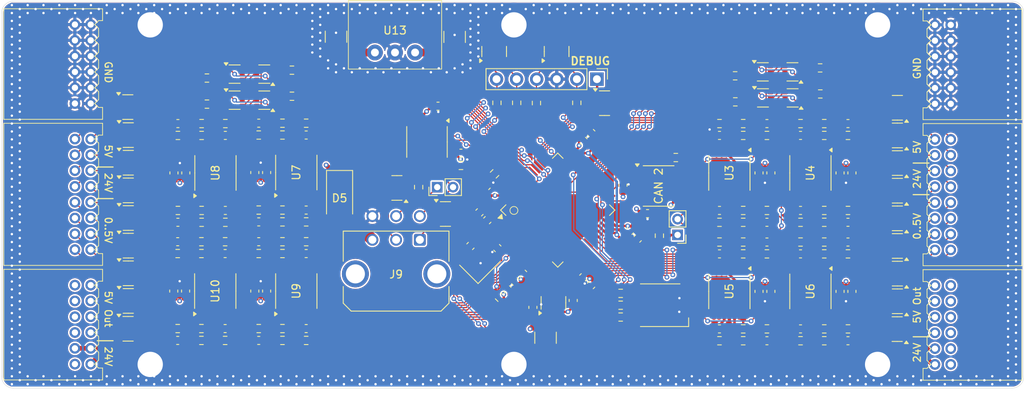
<source format=kicad_pcb>
(kicad_pcb
	(version 20240108)
	(generator "pcbnew")
	(generator_version "8.0")
	(general
		(thickness 1.6)
		(legacy_teardrops no)
	)
	(paper "A4")
	(layers
		(0 "F.Cu" signal)
		(1 "In1.Cu" signal)
		(2 "In2.Cu" signal)
		(31 "B.Cu" signal)
		(32 "B.Adhes" user "B.Adhesive")
		(33 "F.Adhes" user "F.Adhesive")
		(34 "B.Paste" user)
		(35 "F.Paste" user)
		(36 "B.SilkS" user "B.Silkscreen")
		(37 "F.SilkS" user "F.Silkscreen")
		(38 "B.Mask" user)
		(39 "F.Mask" user)
		(40 "Dwgs.User" user "User.Drawings")
		(41 "Cmts.User" user "User.Comments")
		(42 "Eco1.User" user "User.Eco1")
		(43 "Eco2.User" user "User.Eco2")
		(44 "Edge.Cuts" user)
		(45 "Margin" user)
		(46 "B.CrtYd" user "B.Courtyard")
		(47 "F.CrtYd" user "F.Courtyard")
		(48 "B.Fab" user)
		(49 "F.Fab" user)
		(50 "User.1" user)
		(51 "User.2" user)
		(52 "User.3" user)
		(53 "User.4" user)
		(54 "User.5" user)
		(55 "User.6" user)
		(56 "User.7" user)
		(57 "User.8" user)
		(58 "User.9" user)
	)
	(setup
		(stackup
			(layer "F.SilkS"
				(type "Top Silk Screen")
			)
			(layer "F.Paste"
				(type "Top Solder Paste")
			)
			(layer "F.Mask"
				(type "Top Solder Mask")
				(thickness 0.01)
			)
			(layer "F.Cu"
				(type "copper")
				(thickness 0.035)
			)
			(layer "dielectric 1"
				(type "prepreg")
				(thickness 0.1)
				(material "FR4")
				(epsilon_r 4.5)
				(loss_tangent 0.02)
			)
			(layer "In1.Cu"
				(type "copper")
				(thickness 0.035)
			)
			(layer "dielectric 2"
				(type "core")
				(thickness 1.24)
				(material "FR4")
				(epsilon_r 4.5)
				(loss_tangent 0.02)
			)
			(layer "In2.Cu"
				(type "copper")
				(thickness 0.035)
			)
			(layer "dielectric 3"
				(type "prepreg")
				(thickness 0.1)
				(material "FR4")
				(epsilon_r 4.5)
				(loss_tangent 0.02)
			)
			(layer "B.Cu"
				(type "copper")
				(thickness 0.035)
			)
			(layer "B.Mask"
				(type "Bottom Solder Mask")
				(thickness 0.01)
			)
			(layer "B.Paste"
				(type "Bottom Solder Paste")
			)
			(layer "B.SilkS"
				(type "Bottom Silk Screen")
			)
			(copper_finish "None")
			(dielectric_constraints no)
		)
		(pad_to_mask_clearance 0)
		(allow_soldermask_bridges_in_footprints no)
		(pcbplotparams
			(layerselection 0x00010fc_ffffffff)
			(plot_on_all_layers_selection 0x0000000_00000000)
			(disableapertmacros no)
			(usegerberextensions no)
			(usegerberattributes yes)
			(usegerberadvancedattributes yes)
			(creategerberjobfile yes)
			(dashed_line_dash_ratio 12.000000)
			(dashed_line_gap_ratio 3.000000)
			(svgprecision 4)
			(plotframeref no)
			(viasonmask no)
			(mode 1)
			(useauxorigin no)
			(hpglpennumber 1)
			(hpglpenspeed 20)
			(hpglpendiameter 15.000000)
			(pdf_front_fp_property_popups yes)
			(pdf_back_fp_property_popups yes)
			(dxfpolygonmode yes)
			(dxfimperialunits yes)
			(dxfusepcbnewfont yes)
			(psnegative no)
			(psa4output no)
			(plotreference yes)
			(plotvalue yes)
			(plotfptext yes)
			(plotinvisibletext no)
			(sketchpadsonfab no)
			(subtractmaskfromsilk no)
			(outputformat 1)
			(mirror no)
			(drillshape 1)
			(scaleselection 1)
			(outputdirectory "")
		)
	)
	(net 0 "")
	(net 1 "GND")
	(net 2 "/A8")
	(net 3 "/WS1")
	(net 4 "/A11")
	(net 5 "/A7")
	(net 6 "/A1")
	(net 7 "/STATUS1")
	(net 8 "/A5")
	(net 9 "/A12")
	(net 10 "/D2")
	(net 11 "+3V3")
	(net 12 "/A14")
	(net 13 "/A10")
	(net 14 "/SWDIO")
	(net 15 "/WS2")
	(net 16 "/A13")
	(net 17 "/A16")
	(net 18 "/SWCLK")
	(net 19 "/D5")
	(net 20 "/D1")
	(net 21 "/CAN2_TX")
	(net 22 "/A15")
	(net 23 "/A6")
	(net 24 "/D4")
	(net 25 "/STATUS2")
	(net 26 "/CAN1_RX")
	(net 27 "/A4")
	(net 28 "/CAN1_TX")
	(net 29 "/CAN2_RX")
	(net 30 "/A3")
	(net 31 "/A9")
	(net 32 "/A2")
	(net 33 "/D6")
	(net 34 "/D3")
	(net 35 "Net-(C4-Pad1)")
	(net 36 "Net-(U3A-+)")
	(net 37 "Net-(U3D-+)")
	(net 38 "Net-(U3A--)")
	(net 39 "Net-(U3D--)")
	(net 40 "Net-(U4A-+)")
	(net 41 "Net-(U4D-+)")
	(net 42 "Net-(U4A--)")
	(net 43 "Net-(U4D--)")
	(net 44 "Net-(U5A-+)")
	(net 45 "Net-(U5D-+)")
	(net 46 "Net-(U5A--)")
	(net 47 "Net-(U5D--)")
	(net 48 "Net-(U6A-+)")
	(net 49 "Net-(U6D-+)")
	(net 50 "Net-(U6A--)")
	(net 51 "Net-(C19-Pad1)")
	(net 52 "Net-(U6D--)")
	(net 53 "Net-(C38-Pad1)")
	(net 54 "Net-(U3B-+)")
	(net 55 "Net-(U3C-+)")
	(net 56 "Net-(U4B-+)")
	(net 57 "Net-(U4C-+)")
	(net 58 "Net-(U5B-+)")
	(net 59 "Net-(U5C-+)")
	(net 60 "Net-(U6B-+)")
	(net 61 "Net-(U6C-+)")
	(net 62 "+5V")
	(net 63 "/SWO")
	(net 64 "/NRST")
	(net 65 "/STATUS_B")
	(net 66 "/STATUS_G")
	(net 67 "/STATUS_R")
	(net 68 "Net-(U12-STB)")
	(net 69 "/CAN1_H")
	(net 70 "/CAN1_L")
	(net 71 "/CAN2_L")
	(net 72 "/CAN2_H")
	(net 73 "Net-(U2-PH1)")
	(net 74 "Net-(U2-PH0)")
	(net 75 "Net-(C20-Pad1)")
	(net 76 "Net-(C25-Pad1)")
	(net 77 "Net-(C26-Pad1)")
	(net 78 "Net-(C31-Pad1)")
	(net 79 "Net-(C32-Pad1)")
	(net 80 "Net-(C37-Pad1)")
	(net 81 "Net-(D2-A1)")
	(net 82 "Net-(D2-A2)")
	(net 83 "Net-(D3-A1)")
	(net 84 "Net-(D3-A2)")
	(net 85 "Net-(D4-AR)")
	(net 86 "Net-(D4-AB)")
	(net 87 "Net-(D4-AG)")
	(net 88 "Net-(JP3-A)")
	(net 89 "Net-(JP4-A)")
	(net 90 "Net-(U2-BOOT0)")
	(net 91 "Net-(U11-STB)")
	(net 92 "unconnected-(U1-NC-Pad5)")
	(net 93 "unconnected-(U1-NC-Pad4)")
	(net 94 "unconnected-(U2-PC13-Pad2)")
	(net 95 "unconnected-(U2-PC14-Pad3)")
	(net 96 "unconnected-(U2-PC15-Pad4)")
	(net 97 "+24V")
	(net 98 "/JR1")
	(net 99 "/JR2")
	(net 100 "/JR3")
	(net 101 "/JR4")
	(net 102 "/JR6")
	(net 103 "/JR5")
	(net 104 "/JR7")
	(net 105 "/JR8")
	(net 106 "/JR9")
	(net 107 "/JR10")
	(net 108 "/JR11")
	(net 109 "/JR12")
	(net 110 "/JR13")
	(net 111 "/JR14")
	(net 112 "/JR16")
	(net 113 "/JR15")
	(net 114 "/JL2")
	(net 115 "/JL1")
	(net 116 "/JL3")
	(net 117 "/JL4")
	(net 118 "/JL5")
	(net 119 "/JL6")
	(net 120 "/JL7")
	(net 121 "/JL8")
	(net 122 "/JL9")
	(net 123 "/JL10")
	(net 124 "/JL11")
	(net 125 "/JL12")
	(net 126 "/JL13")
	(net 127 "/JL14")
	(net 128 "/JL15")
	(net 129 "/JL16")
	(net 130 "+24V_IN")
	(net 131 "Net-(U10C-+)")
	(net 132 "Net-(U10B-+)")
	(net 133 "Net-(U10D--)")
	(net 134 "Net-(C62-Pad1)")
	(net 135 "Net-(C61-Pad1)")
	(net 136 "Net-(U10A--)")
	(net 137 "Net-(U10D-+)")
	(net 138 "Net-(U10A-+)")
	(net 139 "Net-(C56-Pad1)")
	(net 140 "Net-(C55-Pad1)")
	(net 141 "Net-(C50-Pad1)")
	(net 142 "Net-(C49-Pad1)")
	(net 143 "Net-(C44-Pad1)")
	(net 144 "Net-(C43-Pad1)")
	(net 145 "Net-(U9C-+)")
	(net 146 "Net-(U9B-+)")
	(net 147 "Net-(U8C-+)")
	(net 148 "Net-(U8B-+)")
	(net 149 "Net-(U7C-+)")
	(net 150 "Net-(U7B-+)")
	(net 151 "Net-(U9D--)")
	(net 152 "Net-(U9A--)")
	(net 153 "Net-(U9D-+)")
	(net 154 "Net-(U9A-+)")
	(net 155 "Net-(U8D--)")
	(net 156 "Net-(U8A--)")
	(net 157 "Net-(U8D-+)")
	(net 158 "Net-(U8A-+)")
	(net 159 "Net-(U7D--)")
	(net 160 "Net-(U7A--)")
	(net 161 "Net-(U7D-+)")
	(net 162 "Net-(U7A-+)")
	(net 163 "unconnected-(D1-A2-Pad2)")
	(footprint "Capacitor_SMD:C_0603_1608Metric" (layer "F.Cu") (at 211.658563 104.020101 135))
	(footprint "Resistor_SMD:R_0603_1608Metric" (layer "F.Cu") (at 236.5 112.5 180))
	(footprint "Resistor_SMD:R_0603_1608Metric" (layer "F.Cu") (at 246.75 112.5 180))
	(footprint "Resistor_SMD:R_0603_1608Metric" (layer "F.Cu") (at 210.849851 82.373296 -90))
	(footprint "Capacitor_SMD:C_0603_1608Metric" (layer "F.Cu") (at 184.225 101.46))
	(footprint "Resistor_SMD:R_0603_1608Metric" (layer "F.Cu") (at 252.75 111))
	(footprint "Resistor_SMD:R_0603_1608Metric" (layer "F.Cu") (at 178.225 110.96 180))
	(footprint "Resistor_SMD:R_0603_1608Metric" (layer "F.Cu") (at 167.975 101.46 180))
	(footprint "Capacitor_SMD:C_0603_1608Metric" (layer "F.Cu") (at 169 91.25 90))
	(footprint "Capacitor_SMD:C_0603_1608Metric" (layer "F.Cu") (at 253.25 106.25 -90))
	(footprint "Package_TO_SOT_SMD:SOT-23" (layer "F.Cu") (at 259 93.5 180))
	(footprint "Capacitor_SMD:C_0603_1608Metric" (layer "F.Cu") (at 178.225 99.96))
	(footprint "Resistor_SMD:R_0603_1608Metric" (layer "F.Cu") (at 184.225 112.46))
	(footprint "Package_TO_SOT_SMD:SOT-23" (layer "F.Cu") (at 161.725 86.46))
	(footprint "Package_TO_SOT_SMD:SOT-23" (layer "F.Cu") (at 221.9625 82.416741))
	(footprint "Resistor_SMD:R_0603_1608Metric" (layer "F.Cu") (at 249.75 97.5 180))
	(footprint "Resistor_SMD:R_0603_1608Metric" (layer "F.Cu") (at 208.688715 106.989949 -45))
	(footprint "Resistor_SMD:R_0603_1608Metric" (layer "F.Cu") (at 239.5 100 180))
	(footprint "Capacitor_SMD:C_0603_1608Metric" (layer "F.Cu") (at 252.75 112.5 180))
	(footprint "Capacitor_SMD:C_0603_1608Metric" (layer "F.Cu") (at 218 107.4 90))
	(footprint "Capacitor_SMD:C_0603_1608Metric" (layer "F.Cu") (at 205 100.5 -135))
	(footprint "Resistor_SMD:R_0603_1608Metric" (layer "F.Cu") (at 242.5 111))
	(footprint "Resistor_SMD:R_0603_1608Metric" (layer "F.Cu") (at 246.75 100 180))
	(footprint "Resistor_SMD:R_0603_1608Metric" (layer "F.Cu") (at 230.975 89.3 180))
	(footprint "Resistor_SMD:R_0603_1608Metric" (layer "F.Cu") (at 181.225 97.45))
	(footprint "Resistor_SMD:R_0603_1608Metric" (layer "F.Cu") (at 182.425 81.535 180))
	(footprint "Resistor_SMD:R_0603_1608Metric" (layer "F.Cu") (at 181.225 112.46))
	(footprint "Package_TO_SOT_SMD:SOT-23" (layer "F.Cu") (at 161.725 89.96))
	(footprint "Capacitor_SMD:C_0603_1608Metric" (layer "F.Cu") (at 174 86.5))
	(footprint "Package_TO_SOT_SMD:SOT-23" (layer "F.Cu") (at 259 107.5 180))
	(footprint "Resistor_SMD:R_0603_1608Metric" (layer "F.Cu") (at 198.45 93.05 90))
	(footprint "Capacitor_SMD:C_0603_1608Metric" (layer "F.Cu") (at 242.5 112.5 180))
	(footprint "Package_TO_SOT_SMD:SOT-23-5" (layer "F.Cu") (at 215.5 107.7 90))
	(footprint "Package_SO:TSSOP-14_4.4x5mm_P0.65mm" (layer "F.Cu") (at 182.975 91.2 90))
	(footprint "Package_TO_SOT_SMD:SOT-363_SC-70-6" (layer "F.Cu") (at 175.172464 78.735))
	(footprint "Package_SO:TSSOP-14_4.4x5mm_P0.65mm" (layer "F.Cu") (at 172.75 91.25 90))
	(footprint "Capacitor_SMD:C_0603_1608Metric" (layer "F.Cu") (at 219.277639 104.462042 -135))
	(footprint "Capacitor_SMD:C_0603_1608Metric" (layer "F.Cu") (at 251.75 106.25 -90))
	(footprint "Resistor_SMD:R_0603_1608Metric" (layer "F.Cu") (at 236.5 85 180))
	(footprint "Resistor_SMD:R_0603_1608Metric" (layer "F.Cu") (at 170.975 110.96 180))
	(footprint "Package_SO:TSSOP-14_4.4x5mm_P0.65mm"
		(layer "F.Cu")
		(uuid "3ca24658-1952-4f84-9da7-15972e3253fe")
		(at 172.725 106.21 90)
		(descr "TSSOP, 14 Pin (JEDEC MO-153 Var AB-1 https://www.jedec.org/document_search?search_api_views_fulltext=MO-153), generated with kicad-footprint-generator ipc_gullwing_generator.py")
		(tags "TSSOP SO")
		(property "Reference" "U10"
			(at 0 0 90)
			(layer "F.SilkS")
			(uuid "bf30ae85-3b1f-4a09-a09b-10f5f8cc36ef")
			(effects
				(font
					(size 1 1)
					(thickness 0.15)
				)
			)
		)
		(property "Value" "TSL6204"
			(at 0 3.45 90)
			(layer "F.Fab")
			(uuid "6c5238f3-d7d3-497b-a3a5-4f10736841f3")
			(effects
				(font
					(size 1 1)
					(thickness 0.15)
				)
			)
		)
		(property "Footprint" "Package_SO:TSSOP-14_4.4x5mm_P0.65mm"
			(at 0 0 90)
			(unlocked yes)
			(layer "F.Fab")
			(hide yes)
			(uuid "457b1603-a39e-4e05-aba8-2b2276e64cfd")
			(effects
				(font
					(size 1.27 1.27)
					(thickness 0.15)
				)
			)
		)
		(property "Datasheet" "https://www.st.com/resource/en/datasheet/tsl6201.pdf"
			(at 0 0 90)
			(unlocked yes)
			(layer "F.Fab")
			(hide yes)
			(uuid "abf6e691-7e4c-4a1d-8d70-4e9ef02c8833")
			(effects
				(font
					(size 1.27 1.27)
					(thickness 0.15)
				)
			)
		)
		(property "Description" "Quad operational amplifier"
			(at 0 0 90)
			(unlocked yes)
			(layer "F.Fab")
			(hide yes)
			(uuid "cc9310dd-1acb-4346-951b-7f579ef4ebf6")
			(effects
				(font
					(size 1.27 1.27)
					(thickness 0.15)
				)
			)
		)
		(property "Sim.Library" "${KICAD7_SYMBOL_DIR}/Simulation_SPICE.sp"
			(at 0 0 90)
			(unlocked yes)
			(layer "F.Fab")
			(hide yes)
			(uuid "12cd0229-f344-41e1-bb8b-9b7b91ac2577")
			(effects
				(font
					(size 1 1)
					(thickness 0.15)
				)
			)
		)
		(property "Sim.Name" "kicad_builtin_opamp_quad"
			(at 0 0 90)
			(unlocked yes)
			(layer "F.Fab")
			(hide yes)
			(uuid "3ffe2d9a-f00e-4a1d-8bbe-c3491596ed80")
			(effects
				(font
					(size 1 1)
					(thickness 0.15)
				)
			)
		)
		(property "Sim.Device" "SUBCKT"
			(at 0 0 90)
			(unlocked yes)
			(layer "F.Fab")
			(hide yes)
			(uuid "aba8062a-b4cc-4367-b769-255c2caf7d6c")
			(effects
				(font
					(size 1 1)
					(thickness 0.15)
				)
			)
		)
		(property "Sim.Pins" "1=out1 2=in1- 3=in1+ 4=vcc 5=in2+ 6=in2- 7=out2 8=out3 9=in3- 10=in3+ 11=vee 12=in4+ 13=in4- 14=out4"
			(at 0 0 90)
			(unlocked yes)
			(layer "F.Fab")
			(hide yes)
			(uuid "df40e563-7f2c-43f8-9111-324aff6dc445")
			(effects
				(font
					(size 1 1)
					(thickness 0.15)
				)
			)
		)
		(property ki_fp_filters "SOIC*3.9x8.7mm*P1.27mm* 
... [2756438 chars truncated]
</source>
